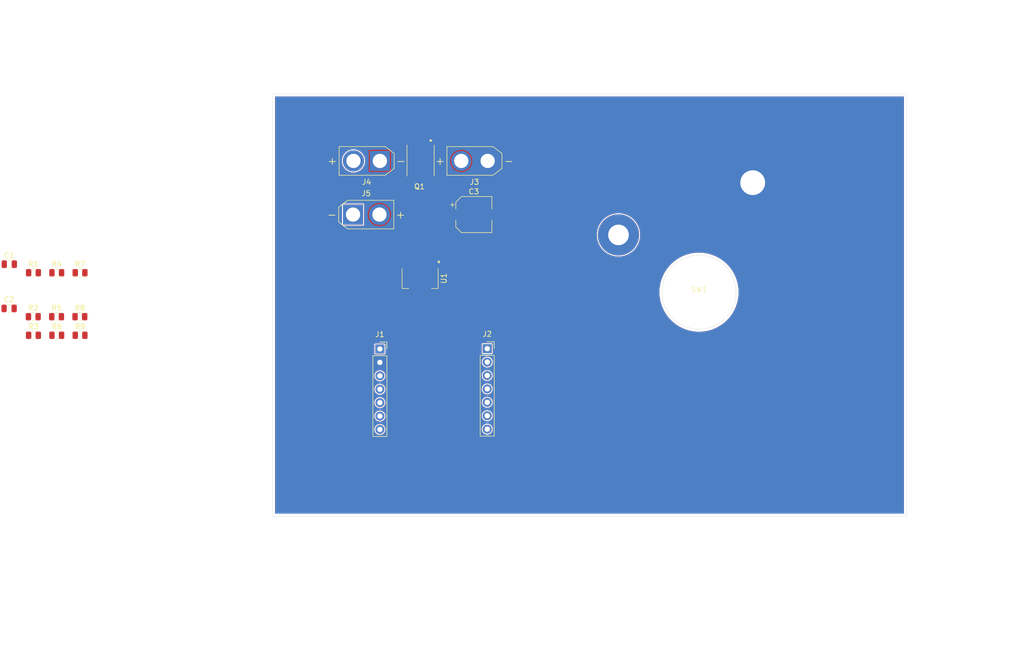
<source format=kicad_pcb>
(kicad_pcb (version 20240108) (generator "pcbnew") (generator_version "8.0")
  (layers (0 "F.Cu" signal) (31 "B.Cu" signal) (34 "B.Paste" user) (35 "F.Paste" user) (36 "B.SilkS" user "B.Silkscreen") (37 "F.SilkS" user "F.Silkscreen") (38 "B.Mask" user) (39 "F.Mask" user) (44 "Edge.Cuts" user))
  (net 0 "")
  (net 1 "VCC")
  (net 2 "GND")
  (net 3 "+5V")
  (net 4 "/RGB")
  (net 7 "+3V3")
  (net 10 "/BIGSWITCH")
  (net 11 "/FIRE")
  (net 12 "/VINSENSE")
  (net 15 "/ARMED")
  (net 16 "Net-(J4-Pin_1)")
  (net 17 "/PYRO")
  (net 18 "Net-(Q1-G)")
  (net 19 "/CONT")
  (footprint "Resistor_SMD:R_0805_2012Metric" (layer "F.Cu") (at 6.755 60.96)
    (property "Reference" "R9" (at 0 -1.65 0) (layer "F.SilkS"))
    (property "Value" "27k" (hide yes))
    (fp_line (start -0.227064 -0.735) (end 0.227064 -0.735) (stroke (width 0.12)) (layer "F.SilkS"))
    (fp_line (start -0.227064 0.735) (end 0.227064 0.735) (stroke (width 0.12)) (layer "F.SilkS"))
    (pad "1" smd roundrect (at -0.9125 0) (size 1.025 1.4) (layers "F.Cu" "F.Paste" "F.Mask") (roundrect_rratio 0.243902) (net 2 "GND"))
    (pad "2" smd roundrect (at 0.9125 0) (size 1.025 1.4) (layers "F.Cu" "F.Paste" "F.Mask") (roundrect_rratio 0.243902) (net 12 "/VINSENSE"))
  )
  (footprint "Resistor_SMD:R_0805_2012Metric" (layer "F.Cu") (at 6.72 57.44)
    (property "Reference" "R8" (at 0 -1.65 0) (layer "F.SilkS"))
    (property "Value" "100k" (hide yes))
    (fp_line (start -0.227064 -0.735) (end 0.227064 -0.735) (stroke (width 0.12)) (layer "F.SilkS"))
    (fp_line (start -0.227064 0.735) (end 0.227064 0.735) (stroke (width 0.12)) (layer "F.SilkS"))
    (pad "1" smd roundrect (at -0.9125 0) (size 1.025 1.4) (layers "F.Cu" "F.Paste" "F.Mask") (roundrect_rratio 0.243902) (net 1 "VCC"))
    (pad "2" smd roundrect (at 0.9125 0) (size 1.025 1.4) (layers "F.Cu" "F.Paste" "F.Mask") (roundrect_rratio 0.243902) (net 12 "/VINSENSE"))
  )
  (footprint "Connector_PinSocket_2.54mm:PinSocket_1x07_P2.54mm_Vertical" (layer "F.Cu") (at 83.82 63.5)
    (property "Reference" "J2" (at 0 -2.77 0) (layer "F.SilkS"))
    (property "Value" "Conn_01x07")
    (fp_line (start -1.33 1.27) (end -1.33 16.57) (stroke (width 0.12)) (layer "F.SilkS"))
    (fp_line (start -1.33 1.27) (end 1.33 1.27) (stroke (width 0.12)) (layer "F.SilkS"))
    (fp_line (start -1.33 16.57) (end 1.33 16.57) (stroke (width 0.12)) (layer "F.SilkS"))
    (fp_line (start 0 -1.33) (end 1.33 -1.33) (stroke (width 0.12)) (layer "F.SilkS"))
    (fp_line (start 1.33 -1.33) (end 1.33 0) (stroke (width 0.12)) (layer "F.SilkS"))
    (fp_line (start 1.33 1.27) (end 1.33 16.57) (stroke (width 0.12)) (layer "F.SilkS"))
    (pad "1" thru_hole rect (at 0 0) (size 1.7 1.7) (drill 1) (layers "*.Cu" "*.Mask") (net 12 "/VINSENSE"))
    (pad "2" thru_hole oval (at 0 2.54) (size 1.7 1.7) (drill 1) (layers "*.Cu" "*.Mask") (net 15 "/ARMED"))
    (pad "3" thru_hole oval (at 0 5.08) (size 1.7 1.7) (drill 1) (layers "*.Cu" "*.Mask") (net 4 "/RGB"))
    (pad "4" thru_hole oval (at 0 7.62) (size 1.7 1.7) (drill 1) (layers "*.Cu" "*.Mask"))
    (pad "5" thru_hole oval (at 0 10.16) (size 1.7 1.7) (drill 1) (layers "*.Cu" "*.Mask") (net 11 "/FIRE"))
    (pad "6" thru_hole oval (at 0 12.7) (size 1.7 1.7) (drill 1) (layers "*.Cu" "*.Mask") (net 10 "/BIGSWITCH"))
    (pad "7" thru_hole oval (at 0 15.24) (size 1.7 1.7) (drill 1) (layers "*.Cu" "*.Mask"))
  )
  (footprint "Resistor_SMD:R_0805_2012Metric" (layer "F.Cu") (at -2.065 49.115)
    (property "Reference" "R1" (at 0 -1.65 0) (layer "F.SilkS"))
    (property "Value" "10k" (hide yes))
    (fp_line (start -0.227064 -0.735) (end 0.227064 -0.735) (stroke (width 0.12)) (layer "F.SilkS"))
    (fp_line (start -0.227064 0.735) (end 0.227064 0.735) (stroke (width 0.12)) (layer "F.SilkS"))
    (pad "1" smd roundrect (at -0.9125 0) (size 1.025 1.4) (layers "F.Cu" "F.Paste" "F.Mask") (roundrect_rratio 0.243902) (net 7 "+3V3"))
    (pad "2" smd roundrect (at 0.9125 0) (size 1.025 1.4) (layers "F.Cu" "F.Paste" "F.Mask") (roundrect_rratio 0.243902) (net 10 "/BIGSWITCH"))
  )
  (footprint "Resistor_SMD:R_0805_2012Metric" (layer "F.Cu") (at 2.31 57.44)
    (property "Reference" "R5" (at 0 -1.65 0) (layer "F.SilkS"))
    (property "Value" "3.3k" (hide yes))
    (fp_line (start -0.227064 -0.735) (end 0.227064 -0.735) (stroke (width 0.12)) (layer "F.SilkS"))
    (fp_line (start -0.227064 0.735) (end 0.227064 0.735) (stroke (width 0.12)) (layer "F.SilkS"))
    (pad "1" smd roundrect (at -0.9125 0) (size 1.025 1.4) (layers "F.Cu" "F.Paste" "F.Mask") (roundrect_rratio 0.243902) (net 2 "GND"))
    (pad "2" smd roundrect (at 0.9125 0) (size 1.025 1.4) (layers "F.Cu" "F.Paste" "F.Mask") (roundrect_rratio 0.243902) (net 11 "/FIRE"))
  )
  (footprint "Resistor_SMD:R_0805_2012Metric" (layer "F.Cu") (at -2.065 60.96)
    (property "Reference" "R3" (at 0 -1.65 0) (layer "F.SilkS"))
    (property "Value" "27k" (hide yes))
    (fp_line (start -0.227064 -0.735) (end 0.227064 -0.735) (stroke (width 0.12)) (layer "F.SilkS"))
    (fp_line (start -0.227064 0.735) (end 0.227064 0.735) (stroke (width 0.12)) (layer "F.SilkS"))
    (pad "1" smd roundrect (at -0.9125 0) (size 1.025 1.4) (layers "F.Cu" "F.Paste" "F.Mask") (roundrect_rratio 0.243902) (net 2 "GND"))
    (pad "2" smd roundrect (at 0.9125 0) (size 1.025 1.4) (layers "F.Cu" "F.Paste" "F.Mask") (roundrect_rratio 0.243902) (net 19 "/CONT"))
  )
  (footprint "Connector_AMASS:AMASS_XT30U-M_1x02_P5.0mm_Vertical" (layer "F.Cu") (at 83.9 27.94 180)
    (property "Reference" "J3" (at 2.5 -4 360) (layer "F.SilkS"))
    (property "Value" "Conn_01x02" (hide yes))
    (fp_line (start 7.71 -2.71) (end 7.71 2.71) (stroke (width 0.12)) (layer "F.SilkS"))
    (fp_line (start -1.01 2.71) (end 7.71 2.71) (stroke (width 0.12)) (layer "F.SilkS"))
    (fp_line (start -1.01 -2.71) (end 7.71 -2.71) (stroke (width 0.12)) (layer "F.SilkS"))
    (fp_line (start -2.71 1.41) (end -1.01 2.71) (stroke (width 0.12)) (layer "F.SilkS"))
    (fp_line (start -2.71 -1.41) (end -1.01 -2.71) (stroke (width 0.12)) (layer "F.SilkS"))
    (fp_line (start -2.71 -1.41) (end -2.71 1.41) (stroke (width 0.12)) (layer "F.SilkS"))
    (fp_text user "-" (at -4 0 360) (layer "F.SilkS") (effects (font (size 1.5 1.5))))
    (fp_text user "+" (at 9 0 360) (layer "F.SilkS") (effects (font (size 1.5 1.5))))
    (pad "1" thru_hole rect (at 0 0 180) (size 3.8 3.8) (drill 2.7) (layers "*.Cu" "*.Mask") (net 2 "GND"))
    (pad "2" thru_hole circle (at 5 0 180) (size 3.8 3.8) (drill 2.7) (layers "*.Cu" "*.Mask") (net 1 "VCC"))
  )
  (footprint "FCU2025Lib:BIGSWITCH" (layer "F.Cu") (at 123.9 52.8)
    (property "Reference" "SW1" (at 0 -0.5 0) (layer "F.SilkS") (effects (font (thickness 0.1))))
    (property "Value" "BIGSWITCH")
    (fp_circle (center 0 0) (end 7 0) (stroke (width 0.05)) (fill none) (layer "Edge.Cuts"))
    (pad "1" thru_hole circle (at -15.24 -10.85) (size 7.8 7.8) (drill 3.9) (layers "*.Cu" "*.Mask") (net 10 "/BIGSWITCH"))
    (pad "2" thru_hole circle (at 10.16 -20.74) (size 9.4 9.4) (drill 4.7) (layers "*.Cu" "*.Mask") (net 2 "GND"))
  )
  (footprint "Package_TO_SOT_SMD:SOT-223-3_TabPin2" (layer "F.Cu") (at 71.12 50.19 -90)
    (property "Reference" "U1" (at 0 -4.5 90) (layer "F.SilkS"))
    (property "Value" "AMS1117-5.0")
    (fp_line (start -1.85 3.41) (end 1.91 3.41) (stroke (width 0.12)) (layer "F.SilkS"))
    (fp_line (start 1.91 3.41) (end 1.91 2.15) (stroke (width 0.12)) (layer "F.SilkS"))
    (fp_line (start -1.85 -3.41) (end 1.91 -3.41) (stroke (width 0.12)) (layer "F.SilkS"))
    (fp_line (start 1.91 -3.41) (end 1.91 -2.15) (stroke (width 0.12)) (layer "F.SilkS"))
    (fp_poly (pts (xy -3.13 -3.31) (xy -3.37 -3.64) (xy -2.89 -3.64) (xy -3.13 -3.31)) (stroke (width 0.12)) (fill solid) (layer "F.SilkS"))
    (pad "1" smd roundrect (at -3.15 -2.3 270) (size 2 1.5) (layers "F.Cu" "F.Paste" "F.Mask") (net 2 "GND"))
    (pad "2" smd roundrect (at -3.15 0 270) (size 2 1.5) (layers "F.Cu" "F.Paste" "F.Mask") (net 3 "+5V"))
    (pad "2" smd roundrect (at 3.15 0 270) (size 2 3.8) (layers "F.Cu" "F.Paste" "F.Mask") (net 3 "+5V"))
    (pad "3" smd roundrect (at -3.15 2.3 270) (size 2 1.5) (layers "F.Cu" "F.Paste" "F.Mask") (net 1 "VCC"))
  )
  (footprint "Package_SO:PowerPAK_SO-8_Single" (layer "F.Cu") (at 71.205 27.87 -90)
    (property "Reference" "Q1" (at 4.93 0.205 180) (layer "F.SilkS"))
    (property "Value" "Si7336ADP" (hide yes))
    (fp_line (start -2.945 2.57) (end 2.945 2.57) (stroke (width 0.12)) (layer "F.SilkS"))
    (fp_line (start -2.945 -2.57) (end 2.945 -2.57) (stroke (width 0.12)) (layer "F.SilkS"))
    (fp_poly (pts (xy -3.575 -1.925) (xy -3.905 -2.165) (xy -3.905 -1.685) (xy -3.575 -1.925)) (stroke (width 0.12)) (fill solid) (layer "F.SilkS"))
    (pad "1" smd rect (at -2.67 -1.905 270) (size 1.27 0.61) (layers "F.Cu" "F.Paste" "F.Mask") (net 2 "GND"))
    (pad "2" smd rect (at -2.67 -0.635 270) (size 1.27 0.61) (layers "F.Cu" "F.Paste" "F.Mask") (net 2 "GND"))
    (pad "3" smd rect (at -2.67 0.635 270) (size 1.27 0.61) (layers "F.Cu" "F.Paste" "F.Mask") (net 2 "GND"))
    (pad "4" smd rect (at -2.67 1.905 270) (size 1.27 0.61) (layers "F.Cu" "F.Paste" "F.Mask") (net 18 "Net-(Q1-G)"))
    (pad "5" smd rect (at 0.69 0 270) (size 3.81 3.91) (layers "F.Cu" "F.Paste" "F.Mask") (net 16 "Net-(J4-Pin_1)"))
    (pad "5" smd rect (at 2.795 -1.905 270) (size 1.02 0.61) (layers "F.Cu" "F.Paste" "F.Mask") (net 16 "Net-(J4-Pin_1)"))
    (pad "5" smd rect (at 2.795 -0.635 270) (size 1.02 0.61) (layers "F.Cu" "F.Paste" "F.Mask") (net 16 "Net-(J4-Pin_1)"))
    (pad "5" smd rect (at 2.795 0.635 270) (size 1.02 0.61) (layers "F.Cu" "F.Paste" "F.Mask") (net 16 "Net-(J4-Pin_1)"))
    (pad "5" smd rect (at 2.795 1.905 270) (size 1.02 0.61) (layers "F.Cu" "F.Paste" "F.Mask") (net 16 "Net-(J4-Pin_1)"))
  )
  (footprint "Capacitor_SMD:C_0805_2012Metric" (layer "F.Cu") (at -6.67 55.88)
    (property "Reference" "C2" (at 0 -1.68 0) (layer "F.SilkS"))
    (property "Value" "10uF" (hide yes))
    (fp_line (start -0.261252 -0.735) (end 0.261252 -0.735) (stroke (width 0.12)) (layer "F.SilkS"))
    (fp_line (start -0.261252 0.735) (end 0.261252 0.735) (stroke (width 0.12)) (layer "F.SilkS"))
    (pad "1" smd roundrect (at -0.95 0) (size 1 1.45) (layers "F.Cu" "F.Paste" "F.Mask") (net 3 "+5V"))
    (pad "2" smd roundrect (at 0.95 0) (size 1 1.45) (layers "F.Cu" "F.Paste" "F.Mask") (net 2 "GND"))
  )
  (footprint "Capacitor_SMD:CP_Elec_6.3x7.7" (layer "F.Cu") (at 81.28 38.1)
    (property "Reference" "C3" (at 0 -4.35 360) (layer "F.SilkS"))
    (property "Value" "100uF" (hide yes))
    (fp_line (start -4.4375 -1.8475) (end -3.65 -1.8475) (stroke (width 0.12)) (layer "F.SilkS"))
    (fp_line (start -4.04375 -2.24125) (end -4.04375 -1.45375) (stroke (width 0.12)) (layer "F.SilkS"))
    (fp_line (start -3.41 -2.345563) (end -3.41 -1.06) (stroke (width 0.12)) (layer "F.SilkS"))
    (fp_line (start -3.41 -2.345563) (end -2.345563 -3.41) (stroke (width 0.12)) (layer "F.SilkS"))
    (fp_line (start -3.41 2.345563) (end -3.41 1.06) (stroke (width 0.12)) (layer "F.SilkS"))
    (fp_line (start -3.41 2.345563) (end -2.345563 3.41) (stroke (width 0.12)) (layer "F.SilkS"))
    (fp_line (start -2.345563 -3.41) (end 3.41 -3.41) (stroke (width 0.12)) (layer "F.SilkS"))
    (fp_line (start -2.345563 3.41) (end 3.41 3.41) (stroke (width 0.12)) (layer "F.SilkS"))
    (fp_line (start 3.41 -3.41) (end 3.41 -1.06) (stroke (width 0.12)) (layer "F.SilkS"))
    (fp_line (start 3.41 3.41) (end 3.41 1.06) (stroke (width 0.12)) (layer "F.SilkS"))
    (pad "1" smd roundrect (at -2.7 0) (size 3.5 1.6) (layers "F.Cu" "F.Paste" "F.Mask") (roundrect_rratio 0.15625) (net 1 "VCC"))
    (pad "2" smd roundrect (at 2.7 0) (size 3.5 1.6) (layers "F.Cu" "F.Paste" "F.Mask") (roundrect_rratio 0.15625) (net 2 "GND"))
  )
  (footprint "Resistor_SMD:R_0805_2012Metric" (layer "F.Cu") (at 2.345 49.115)
    (property "Reference" "R4" (at 0 -1.65 0) (layer "F.SilkS"))
    (property "Value" "1k")
    (fp_line (start -0.227064 -0.735) (end 0.227064 -0.735) (stroke (width 0.12)) (layer "F.SilkS"))
    (fp_line (start -0.227064 0.735) (end 0.227064 0.735) (stroke (width 0.12)) (layer "F.SilkS"))
    (pad "1" smd roundrect (at -0.9125 0) (size 1.025 1.4) (layers "F.Cu" "F.Paste" "F.Mask") (roundrect_rratio 0.243902) (net 11 "/FIRE"))
    (pad "2" smd roundrect (at 0.9125 0) (size 1.025 1.4) (layers "F.Cu" "F.Paste" "F.Mask") (roundrect_rratio 0.243902) (net 18 "Net-(Q1-G)"))
  )
  (footprint "Capacitor_SMD:C_0805_2012Metric" (layer "F.Cu") (at -6.635 47.495)
    (property "Reference" "C1" (at 0 -1.68 0) (layer "F.SilkS"))
    (property "Value" "10uF" (hide yes))
    (fp_line (start -0.261252 -0.735) (end 0.261252 -0.735) (stroke (width 0.12)) (layer "F.SilkS"))
    (fp_line (start -0.261252 0.735) (end 0.261252 0.735) (stroke (width 0.12)) (layer "F.SilkS"))
    (pad "1" smd roundrect (at -0.95 0) (size 1 1.45) (layers "F.Cu" "F.Paste" "F.Mask") (net 1 "VCC"))
    (pad "2" smd roundrect (at 0.95 0) (size 1 1.45) (layers "F.Cu" "F.Paste" "F.Mask") (net 2 "GND"))
  )
  (footprint "Connector_AMASS:AMASS_XT30U-F_1x02_P5.0mm_Vertical" (layer "F.Cu") (at 58.42 38.1)
    (property "Reference" "J5" (at 2.5 -4 0) (layer "F.SilkS"))
    (property "Value" "Conn_01x02" (hide yes))
    (fp_line (start -2.71 -1.41) (end -2.71 1.41) (stroke (width 0.12)) (layer "F.SilkS"))
    (fp_line (start -2.71 -1.41) (end -1.01 -2.71) (stroke (width 0.12)) (layer "F.SilkS"))
    (fp_line (start -2.71 1.41) (end -1.01 2.71) (stroke (width 0.12)) (layer "F.SilkS"))
    (fp_line (start -1.01 -2.71) (end 7.71 -2.71) (stroke (width 0.12)) (layer "F.SilkS"))
    (fp_line (start -1.01 2.71) (end 7.71 2.71) (stroke (width 0.12)) (layer "F.SilkS"))
    (fp_line (start 7.71 -2.71) (end 7.71 2.71) (stroke (width 0.12)) (layer "F.SilkS"))
    (fp_text user "+" (at 9 0 0) (layer "F.SilkS") (effects (font (size 1.5 1.5))))
    (fp_text user "-" (at -4 0 0) (layer "F.SilkS") (effects (font (size 1.5 1.5))))
    (pad "1" thru_hole rect (at 0 0) (size 3.8 3.8) (drill 2.7) (layers "*.Cu" "*.Mask") (net 17 "/PYRO"))
    (pad "2" thru_hole circle (at 5 0) (size 4 4) (drill 2.7) (layers "*.Cu" "*.Mask") (net 1 "VCC"))
  )
  (footprint "Connector_PinSocket_2.54mm:PinSocket_1x07_P2.54mm_Vertical" (layer "F.Cu") (at 63.5 63.56)
    (property "Reference" "J1" (at 0 -2.77 0) (layer "F.SilkS"))
    (property "Value" "Conn_01x07")
    (fp_line (start -1.33 1.27) (end -1.33 16.57) (stroke (width 0.12)) (layer "F.SilkS"))
    (fp_line (start -1.33 1.27) (end 1.33 1.27) (stroke (width 0.12)) (layer "F.SilkS"))
    (fp_line (start -1.33 16.57) (end 1.33 16.57) (stroke (width 0.12)) (layer "F.SilkS"))
    (fp_line (start 0 -1.33) (end 1.33 -1.33) (stroke (width 0.12)) (layer "F.SilkS"))
    (fp_line (start 1.33 -1.33) (end 1.33 0) (stroke (width 0.12)) (layer "F.SilkS"))
    (fp_line (start 1.33 1.27) (end 1.33 16.57) (stroke (width 0.12)) (layer "F.SilkS"))
    (pad "1" thru_hole rect (at 0 0) (size 1.7 1.7) (drill 1) (layers "*.Cu" "*.Mask") (net 3 "+5V"))
    (pad "2" thru_hole oval (at 0 2.54) (size 1.7 1.7) (drill 1) (layers "*.Cu" "*.Mask") (net 2 "GND"))
    (pad "3" thru_hole oval (at 0 5.08) (size 1.7 1.7) (drill 1) (layers "*.Cu" "*.Mask") (net 7 "+3V3"))
    (pad "4" thru_hole oval (at 0 7.62) (size 1.7 1.7) (drill 1) (layers "*.Cu" "*.Mask"))
    (pad "5" thru_hole oval (at 0 10.16) (size 1.7 1.7) (drill 1) (layers "*.Cu" "*.Mask"))
    (pad "6" thru_hole oval (at 0 12.7) (size 1.7 1.7) (drill 1) (layers "*.Cu" "*.Mask"))
    (pad "7" thru_hole oval (at 0 15.24) (size 1.7 1.7) (drill 1) (layers "*.Cu" "*.Mask"))
  )
  (footprint "Connector_AMASS:AMASS_XT30U-F_1x02_P5.0mm_Vertical" (layer "F.Cu") (at 63.5 27.94 180)
    (property "Reference" "J4" (at 2.5 -4 360) (layer "F.SilkS"))
    (property "Value" "Conn_01x02" (hide yes))
    (fp_line (start 7.71 -2.71) (end 7.71 2.71) (stroke (width 0.12)) (layer "F.SilkS"))
    (fp_line (start -1.01 2.71) (end 7.71 2.71) (stroke (width 0.12)) (layer "F.SilkS"))
    (fp_line (start -1.01 -2.71) (end 7.71 -2.71) (stroke (width 0.12)) (layer "F.SilkS"))
    (fp_line (start -2.71 1.41) (end -1.01 2.71) (stroke (width 0.12)) (layer "F.SilkS"))
    (fp_line (start -2.71 -1.41) (end -1.01 -2.71) (stroke (width 0.12)) (layer "F.SilkS"))
    (fp_line (start -2.71 -1.41) (end -2.71 1.41) (stroke (width 0.12)) (layer "F.SilkS"))
    (fp_text user "+" (at 9 0 360) (layer "F.SilkS") (effects (font (size 1.5 1.5))))
    (fp_text user "-" (at -4 0 360) (layer "F.SilkS") (effects (font (size 1.5 1.5))))
    (pad "1" thru_hole rect (at 0 0 180) (size 3.8 3.8) (drill 2.7) (layers "*.Cu" "*.Mask") (net 16 "Net-(J4-Pin_1)"))
    (pad "2" thru_hole circle (at 5 0 180) (size 4 4) (drill 2.7) (layers "*.Cu" "*.Mask") (net 17 "/PYRO"))
  )
  (footprint "Resistor_SMD:R_0805_2012Metric" (layer "F.Cu") (at 6.755 49.115)
    (property "Reference" "R7" (at 0 -1.65 0) (layer "F.SilkS"))
    (property "Value" "27k")
    (fp_line (start -0.227064 -0.735) (end 0.227064 -0.735) (stroke (width 0.12)) (layer "F.SilkS"))
    (fp_line (start -0.227064 0.735) (end 0.227064 0.735) (stroke (width 0.12)) (layer "F.SilkS"))
    (pad "1" smd roundrect (at -0.9125 0) (size 1.025 1.4) (layers "F.Cu" "F.Paste" "F.Mask") (roundrect_rratio 0.243902) (net 2 "GND"))
    (pad "2" smd roundrect (at 0.9125 0) (size 1.025 1.4) (layers "F.Cu" "F.Paste" "F.Mask") (roundrect_rratio 0.243902) (net 15 "/ARMED"))
  )
  (footprint "Resistor_SMD:R_0805_2012Metric" (layer "F.Cu") (at -2.1 57.44)
    (property "Reference" "R2" (at 0 -1.65 0) (layer "F.SilkS"))
    (property "Value" "100k" (hide yes))
    (fp_line (start -0.227064 -0.735) (end 0.227064 -0.735) (stroke (width 0.12)) (layer "F.SilkS"))
    (fp_line (start -0.227064 0.735) (end 0.227064 0.735) (stroke (width 0.12)) (layer "F.SilkS"))
    (pad "1" smd roundrect (at -0.9125 0) (size 1.025 1.4) (layers "F.Cu" "F.Paste" "F.Mask") (roundrect_rratio 0.243902) (net 16 "Net-(J4-Pin_1)"))
    (pad "2" smd roundrect (at 0.9125 0) (size 1.025 1.4) (layers "F.Cu" "F.Paste" "F.Mask") (roundrect_rratio 0.243902) (net 19 "/CONT"))
  )
  (footprint "Resistor_SMD:R_0805_2012Metric" (layer "F.Cu") (at 2.345 60.96)
    (property "Reference" "R6" (at 0 -1.65 0) (layer "F.SilkS"))
    (property "Value" "100k" (hide yes))
    (fp_line (start -0.227064 -0.735) (end 0.227064 -0.735) (stroke (width 0.12)) (layer "F.SilkS"))
    (fp_line (start -0.227064 0.735) (end 0.227064 0.735) (stroke (width 0.12)) (layer "F.SilkS"))
    (pad "1" smd roundrect (at -0.9125 0) (size 1.025 1.4) (layers "F.Cu" "F.Paste" "F.Mask") (roundrect_rratio 0.243902) (net 17 "/PYRO"))
    (pad "2" smd roundrect (at 0.9125 0) (size 1.025 1.4) (layers "F.Cu" "F.Paste" "F.Mask") (roundrect_rratio 0.243902) (net 15 "/ARMED"))
  )
  (gr_rect (start 43.18 15.24) (end 163.18 95.24) (stroke (width 0.05)) (fill none) (layer "Edge.Cuts"))
  (zone (net 1) (net_name "VCC") (layer "F.Cu") (priority 1) (connect_pads yes (clearance 0.15)) (min_thickness 0.15) (fill yes (thermal_gap 0.5) (thermal_bridge_width 0.5))
    (polygon (pts (xy 81.3 24.6) (xy 81.3 40.8) (xy 61.4 40.5) (xy 60.9 40.5) (xy 61.1 32.1) (xy 74.1 31.8) (xy 74.2 24.5)))
  )
  (zone (net 16) (net_name "Net-(J4-Pin_1)") (layer "F.Cu") (priority 2) (connect_pads yes (clearance 0.15)) (min_thickness 0.15) (fill yes (thermal_gap 0.5) (thermal_bridge_width 0.5))
    (polygon (pts (xy 61.4 25.5) (xy 66.8 25.5) (xy 67.3 26.2) (xy 73.8 26.2) (xy 73.9 31.4) (xy 60.8 31.7) (xy 61 25.9)))
  )
  (zone (net 2) (net_name "GND") (layers "F&B.Cu") (connect_pads yes (clearance 0.15)) (min_thickness 0.15) (fill yes (thermal_gap 0.5) (thermal_bridge_width 0.5))
    (polygon (pts (xy 30.48 5.08) (xy 185.42 -2.54) (xy 170.18 121.92) (xy 22.86 119.38)))
  )
)
</source>
